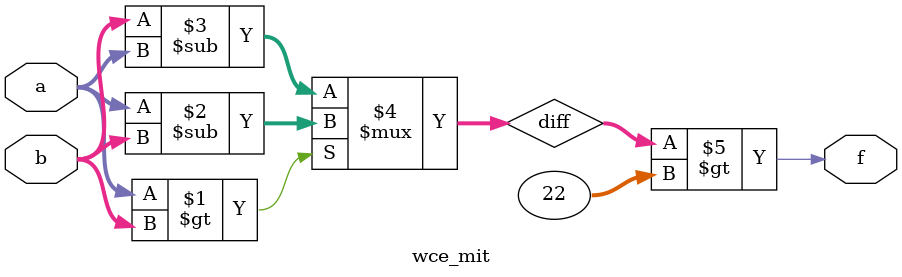
<source format=v>
module wce_mit(a, b, f);
parameter _bit = 8;
parameter wce = 22;
input [_bit - 1: 0] a;
input [_bit - 1: 0] b;
output f;
wire [_bit - 1: 0] diff;
assign diff = (a > b)? (a - b): (b - a);
assign f = (diff > wce);
endmodule

</source>
